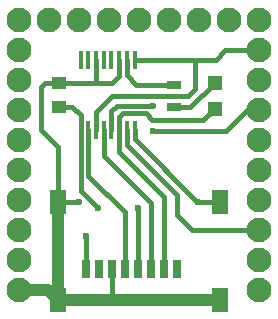
<source format=gbr>
G04 #@! TF.FileFunction,Copper,L1,Top,Signal*
%FSLAX46Y46*%
G04 Gerber Fmt 4.6, Leading zero omitted, Abs format (unit mm)*
G04 Created by KiCad (PCBNEW 4.0.6) date 07/30/17 20:13:49*
%MOMM*%
%LPD*%
G01*
G04 APERTURE LIST*
%ADD10C,0.100000*%
%ADD11C,2.100000*%
%ADD12R,1.250000X1.000000*%
%ADD13R,1.450000X2.000000*%
%ADD14R,0.800000X1.500000*%
%ADD15R,1.200000X1.200000*%
%ADD16R,1.300000X0.700000*%
%ADD17R,0.450000X1.500000*%
%ADD18C,0.600000*%
%ADD19C,0.400000*%
%ADD20C,1.000000*%
G04 APERTURE END LIST*
D10*
D11*
X161569400Y-67843400D03*
X161569400Y-70383400D03*
X161569400Y-72923400D03*
X161569400Y-75463400D03*
X161569400Y-78003400D03*
X161569400Y-80543400D03*
X161569400Y-83083400D03*
X161569400Y-85623400D03*
X161569400Y-88163400D03*
X161569400Y-65303400D03*
X159029400Y-65303400D03*
X156489400Y-65303400D03*
X153949400Y-65303400D03*
X151409400Y-65303400D03*
X148869400Y-65303400D03*
X146329400Y-65303400D03*
X143789400Y-65303400D03*
X141249400Y-65303400D03*
X141249400Y-67843400D03*
X141249400Y-70383400D03*
X141249400Y-72923400D03*
X141249400Y-75463400D03*
X141249400Y-78003400D03*
X141249400Y-80543400D03*
X141249400Y-83083400D03*
X141249400Y-85623400D03*
X141249400Y-88163400D03*
D12*
X144601000Y-72625000D03*
X144601000Y-70625000D03*
D13*
X144536000Y-88955000D03*
X158286000Y-88955000D03*
X158286000Y-80655000D03*
X144536000Y-80655000D03*
D14*
X146911000Y-86355000D03*
X148011000Y-86355000D03*
X149111000Y-86355000D03*
X150211000Y-86355000D03*
X151311000Y-86355000D03*
X152411000Y-86355000D03*
X153511000Y-86355000D03*
X154611000Y-86355000D03*
D15*
X157801000Y-70595000D03*
X157801000Y-72795000D03*
D16*
X154341000Y-72675000D03*
X154341000Y-70775000D03*
D17*
X146476000Y-74555000D03*
X147126000Y-74555000D03*
X147776000Y-74555000D03*
X148426000Y-74555000D03*
X149076000Y-74555000D03*
X149726000Y-74555000D03*
X150376000Y-74555000D03*
X151026000Y-74555000D03*
X151026000Y-68655000D03*
X150376000Y-68655000D03*
X149726000Y-68655000D03*
X149076000Y-68655000D03*
X148426000Y-68655000D03*
X147776000Y-68655000D03*
X147126000Y-68655000D03*
X146476000Y-68655000D03*
D18*
X147941000Y-81225000D03*
X151301000Y-81215000D03*
X156361000Y-80655000D03*
X146361000Y-80655000D03*
X146911000Y-83565000D03*
X152551000Y-74705000D03*
X152551000Y-72525000D03*
D19*
X146476000Y-74555000D02*
X146476000Y-79760000D01*
X146476000Y-79760000D02*
X147941000Y-81225000D01*
X146476000Y-74555000D02*
X146476000Y-73340000D01*
X145761000Y-72625000D02*
X146476000Y-73340000D01*
X145761000Y-72625000D02*
X144601000Y-72625000D01*
X151311000Y-81225000D02*
X151311000Y-86355000D01*
X151301000Y-81215000D02*
X151311000Y-81225000D01*
X144536000Y-80655000D02*
X146361000Y-80655000D01*
X158286000Y-80655000D02*
X156361000Y-80655000D01*
X156361000Y-80655000D02*
X156341000Y-80655000D01*
X156341000Y-80655000D02*
X151026000Y-75340000D01*
X151026000Y-75340000D02*
X151026000Y-74555000D01*
X147776000Y-68655000D02*
X147776000Y-70625000D01*
X144601000Y-70625000D02*
X147776000Y-70625000D01*
X147776000Y-70625000D02*
X149121000Y-70625000D01*
X149726000Y-70020000D02*
X149726000Y-68655000D01*
X149121000Y-70625000D02*
X149726000Y-70020000D01*
X144536000Y-80655000D02*
X144536000Y-76010000D01*
X143411000Y-70625000D02*
X144601000Y-70625000D01*
X143081000Y-70955000D02*
X143411000Y-70625000D01*
X143081000Y-74555000D02*
X143081000Y-70955000D01*
X144536000Y-76010000D02*
X143081000Y-74555000D01*
X149111000Y-86355000D02*
X149111000Y-88955000D01*
D20*
X144536000Y-88955000D02*
X144536000Y-80655000D01*
X158286000Y-88955000D02*
X149111000Y-88955000D01*
X149111000Y-88955000D02*
X144536000Y-88955000D01*
X144536000Y-88955000D02*
X143744400Y-88163400D01*
X143744400Y-88163400D02*
X141249400Y-88163400D01*
D19*
X146911000Y-86355000D02*
X146911000Y-83565000D01*
X147126000Y-74555000D02*
X147126000Y-78470000D01*
X150211000Y-81555000D02*
X150211000Y-86355000D01*
X147126000Y-78470000D02*
X150211000Y-81555000D01*
X148426000Y-74555000D02*
X148426000Y-76760000D01*
X152411000Y-80745000D02*
X152411000Y-86355000D01*
X148426000Y-76760000D02*
X152411000Y-80745000D01*
X149726000Y-74555000D02*
X149726000Y-73488530D01*
X156861000Y-73735000D02*
X157801000Y-72795000D01*
X152541000Y-73735000D02*
X156861000Y-73735000D01*
X152001000Y-73195000D02*
X152541000Y-73735000D01*
X150019530Y-73195000D02*
X152001000Y-73195000D01*
X149726000Y-73488530D02*
X150019530Y-73195000D01*
X149726000Y-74555000D02*
X149726000Y-76470000D01*
X153511000Y-80255000D02*
X153511000Y-86355000D01*
X149726000Y-76470000D02*
X153511000Y-80255000D01*
X154341000Y-72675000D02*
X155721000Y-72675000D01*
X155721000Y-72675000D02*
X157801000Y-70595000D01*
X156161000Y-68655000D02*
X156161000Y-71105000D01*
X147776000Y-73090000D02*
X149151000Y-71715000D01*
X149151000Y-71715000D02*
X155551000Y-71715000D01*
X155551000Y-71715000D02*
X156161000Y-71105000D01*
X147776000Y-73090000D02*
X147776000Y-74555000D01*
X151026000Y-68655000D02*
X156161000Y-68655000D01*
X156161000Y-68655000D02*
X157891000Y-68655000D01*
X158702600Y-67843400D02*
X161569400Y-67843400D01*
X157891000Y-68655000D02*
X158702600Y-67843400D01*
X160532600Y-72923400D02*
X161569400Y-72923400D01*
X158751000Y-74705000D02*
X160532600Y-72923400D01*
X152551000Y-74705000D02*
X158751000Y-74705000D01*
X149551000Y-72525000D02*
X152551000Y-72525000D01*
X149076000Y-73000000D02*
X149551000Y-72525000D01*
X149076000Y-74555000D02*
X149076000Y-73000000D01*
X150376000Y-74555000D02*
X150376000Y-75890000D01*
X155869400Y-83083400D02*
X161569400Y-83083400D01*
X154591000Y-81805000D02*
X155869400Y-83083400D01*
X154591000Y-80105000D02*
X154591000Y-81805000D01*
X150376000Y-75890000D02*
X154591000Y-80105000D01*
X150376000Y-68655000D02*
X150376000Y-69980000D01*
X151171000Y-70775000D02*
X154341000Y-70775000D01*
X150376000Y-69980000D02*
X151171000Y-70775000D01*
M02*

</source>
